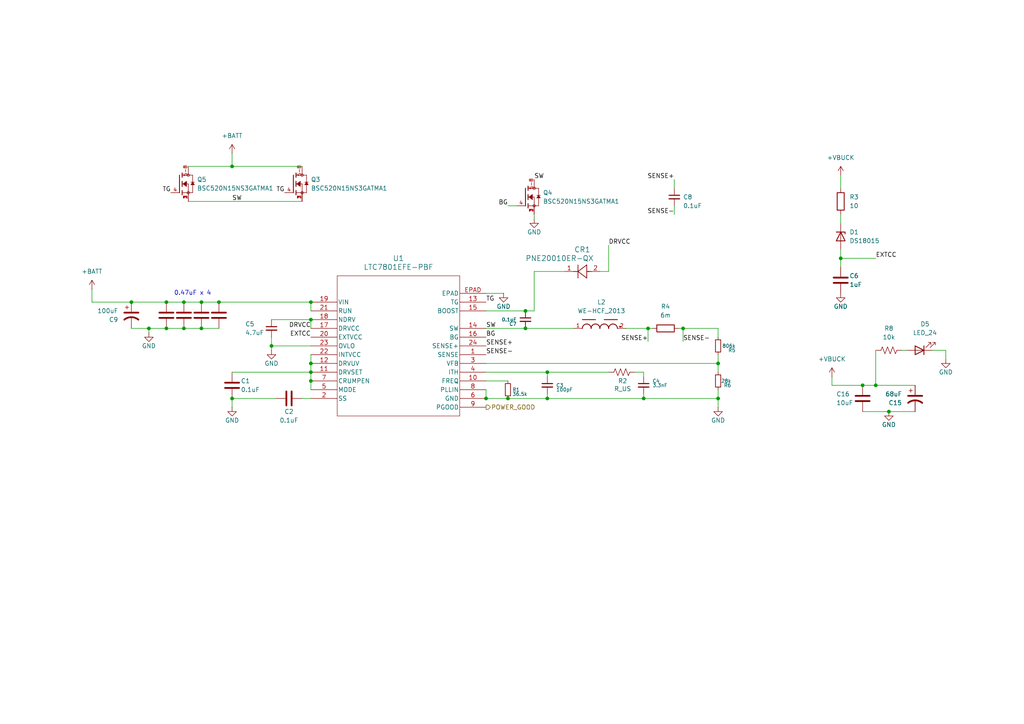
<source format=kicad_sch>
(kicad_sch (version 20250114) (generator "eeschema") (generator_version "9.0")
  (paper "A4")
  (lib_symbols
    (symbol "BSC520N15NS3GATMA1:BSC520N15NS3GATMA1" (pin_names (offset 1.016))
      (property "Reference" "Q" (at -8.89 2.54 0))
      (property "Value" "BSC520N15NS3GATMA1" (at -8.89 -7.62 0))
      (symbol "BSC520N15NS3GATMA1_0_0"
        (polyline (pts (xy 0 2.54) (xy 0 -2.54)) (stroke (width 0.254)))
        (polyline (pts (xy 0.762 3.175) (xy 0.762 2.54)) (stroke (width 0.254)))
        (polyline (pts (xy 0.762 2.54) (xy 0.762 1.905)) (stroke (width 0.254)))
        (polyline (pts (xy 0.762 2.54) (xy 3.81 2.54)) (stroke (width 0.1524)))
        (polyline (pts (xy 0.762 0.762) (xy 0.762 0)) (stroke (width 0.254)))
        (polyline (pts (xy 0.762 0) (xy 0.762 -0.762)) (stroke (width 0.254)))
        (polyline (pts (xy 0.762 0) (xy 2.54 0)) (stroke (width 0.1524)))
        (polyline (pts (xy 0.762 -1.905) (xy 0.762 -3.175)) (stroke (width 0.254)))
        (polyline (pts (xy 1.016 0) (xy 2.032 0.762) (xy 2.032 -0.762) (xy 1.016 0)) (stroke (width 0.1524)) (fill (type outline)))
        (circle (center 2.54 2.54) (radius 0.3592))
        (polyline (pts (xy 2.54 0) (xy 2.54 -2.54)) (stroke (width 0.1524)))
        (circle (center 2.54 -2.54) (radius 0.3592))
        (polyline (pts (xy 3.81 2.54) (xy 3.81 0.508)) (stroke (width 0.1524)))
        (polyline (pts (xy 3.81 0.508) (xy 3.302 0.508)) (stroke (width 0.1524)))
        (polyline (pts (xy 3.81 0.508) (xy 3.81 -2.54)) (stroke (width 0.1524)))
        (polyline (pts (xy 3.81 0.508) (xy 3.302 -0.254) (xy 4.318 -0.254) (xy 3.81 0.508)) (stroke (width 0.1524)) (fill (type outline)))
        (polyline (pts (xy 3.81 -2.54) (xy 0.762 -2.54)) (stroke (width 0.1524)))
        (polyline (pts (xy 4.318 0.508) (xy 3.81 0.508)) (stroke (width 0.1524)))
        (pin passive line (at -2.54 -2.54 0) (length 2.54) (name "~") (number "4"))
        (pin passive line (at 2.54 5.08 270) (length 2.54) (name "~") (number "5-8"))
        (pin passive line (at 2.54 -5.08 90) (length 2.54) (name "~") (number "1"))
        (pin passive line (at 2.54 -5.08 90) (length 2.54) (name "~") (number "2"))
        (pin passive line (at 2.54 -5.08 90) (length 2.54) (name "~") (number "3"))
      )
    )
    (symbol "Device:C" (pin_numbers (hide yes)) (pin_names (offset 0.254))
      (property "Reference" "C" (at 0.635 2.54 0))
      (property "Value" "C" (at 0.635 -2.54 0))
      (symbol "C_0_1"
        (polyline (pts (xy -2.032 0.762) (xy 2.032 0.762)) (stroke (width 0.508)))
        (polyline (pts (xy -2.032 -0.762) (xy 2.032 -0.762)) (stroke (width 0.508)))
      )
      (symbol "C_1_1"
        (pin passive line (at 0 3.81 270) (length 2.794) (name "~") (number "1"))
        (pin passive line (at 0 -3.81 90) (length 2.794) (name "~") (number "2"))
      )
    )
    (symbol "Device:C_Polarized_US" (pin_numbers (hide yes)) (pin_names (offset 0.254) (hide yes))
      (property "Reference" "C" (at 0.635 2.54 0))
      (property "Value" "C_Polarized_US" (at 0.635 -2.54 0))
      (symbol "C_Polarized_US_0_1"
        (polyline (pts (xy -2.032 0.762) (xy 2.032 0.762)) (stroke (width 0.508)))
        (polyline (pts (xy -1.778 2.286) (xy -0.762 2.286)))
        (polyline (pts (xy -1.27 1.778) (xy -1.27 2.794)))
        (arc (start -2.032 -1.27) (mid 0 -0.5572) (end 2.032 -1.27) (stroke (width 0.508)))
      )
      (symbol "C_Polarized_US_1_1"
        (pin passive line (at 0 3.81 270) (length 2.794) (name "~") (number "1"))
        (pin passive line (at 0 -3.81 90) (length 3.302) (name "~") (number "2"))
      )
    )
    (symbol "Device:C_Small" (pin_numbers (hide yes)) (pin_names (offset 0.254) (hide yes))
      (property "Reference" "C" (at 0.254 1.778 0))
      (property "Value" "C_Small" (at 0.254 -2.032 0))
      (symbol "C_Small_0_1"
        (polyline (pts (xy -1.524 0.508) (xy 1.524 0.508)) (stroke (width 0.3048)))
        (polyline (pts (xy -1.524 -0.508) (xy 1.524 -0.508)) (stroke (width 0.3302)))
      )
      (symbol "C_Small_1_1"
        (pin passive line (at 0 2.54 270) (length 2.032) (name "~") (number "1"))
        (pin passive line (at 0 -2.54 90) (length 2.032) (name "~") (number "2"))
      )
    )
    (symbol "Device:D_Zener" (pin_numbers (hide yes)) (pin_names (offset 1.016) (hide yes))
      (property "Reference" "D" (at 0 2.54 0))
      (property "Value" "D_Zener" (at 0 -2.54 0))
      (symbol "D_Zener_0_1"
        (polyline (pts (xy -1.27 -1.27) (xy -1.27 1.27) (xy -0.762 1.27)) (stroke (width 0.254)))
        (polyline (pts (xy 1.27 0) (xy -1.27 0)))
        (polyline (pts (xy 1.27 -1.27) (xy 1.27 1.27) (xy -1.27 0) (xy 1.27 -1.27)) (stroke (width 0.254)))
      )
      (symbol "D_Zener_1_1"
        (pin passive line (at -3.81 0 0) (length 2.54) (name "K") (number "1"))
        (pin passive line (at 3.81 0 180) (length 2.54) (name "A") (number "2"))
      )
    )
    (symbol "Device:LED" (pin_numbers (hide yes)) (pin_names (offset 1.016) (hide yes))
      (property "Reference" "D" (at 0 2.54 0))
      (property "Value" "LED" (at 0 -2.54 0))
      (symbol "LED_0_1"
        (polyline (pts (xy -3.048 -0.762) (xy -4.572 -2.286) (xy -3.81 -2.286) (xy -4.572 -2.286) (xy -4.572 -1.524)))
        (polyline (pts (xy -1.778 -0.762) (xy -3.302 -2.286) (xy -2.54 -2.286) (xy -3.302 -2.286) (xy -3.302 -1.524)))
        (polyline (pts (xy -1.27 0) (xy 1.27 0)))
        (polyline (pts (xy -1.27 -1.27) (xy -1.27 1.27)) (stroke (width 0.254)))
        (polyline (pts (xy 1.27 -1.27) (xy 1.27 1.27) (xy -1.27 0) (xy 1.27 -1.27)) (stroke (width 0.254)))
      )
      (symbol "LED_1_1"
        (pin passive line (at -3.81 0 0) (length 2.54) (name "K") (number "1"))
        (pin passive line (at 3.81 0 180) (length 2.54) (name "A") (number "2"))
      )
    )
    (symbol "Device:R" (pin_numbers (hide yes)) (pin_names (offset 0))
      (property "Reference" "R" (at 2.032 0 90))
      (property "Value" "R" (at 0 0 90))
      (symbol "R_0_1"
        (rectangle (start -1.016 -2.54) (end 1.016 2.54) (stroke (width 0.254)))
      )
      (symbol "R_1_1"
        (pin passive line (at 0 3.81 270) (length 1.27) (name "~") (number "1"))
        (pin passive line (at 0 -3.81 90) (length 1.27) (name "~") (number "2"))
      )
    )
    (symbol "Device:R_Small" (pin_numbers (hide yes)) (pin_names (offset 0.254) (hide yes))
      (property "Reference" "R" (at 0 0 90))
      (property "Value" "R_Small" (at 1.778 0 90))
      (symbol "R_Small_0_1"
        (rectangle (start -0.762 1.778) (end 0.762 -1.778) (stroke (width 0.2032)))
      )
      (symbol "R_Small_1_1"
        (pin passive line (at 0 2.54 270) (length 0.762) (name "~") (number "1"))
        (pin passive line (at 0 -2.54 90) (length 0.762) (name "~") (number "2"))
      )
    )
    (symbol "Device:R_US" (pin_numbers (hide yes)) (pin_names (offset 0))
      (property "Reference" "R" (at 2.54 0 90))
      (property "Value" "R_US" (at -2.54 0 90))
      (symbol "R_US_0_1"
        (polyline (pts (xy 0 2.286) (xy 0 2.54)))
        (polyline (pts (xy 0 2.286) (xy 1.016 1.905) (xy 0 1.524) (xy -1.016 1.143) (xy 0 0.762)))
        (polyline (pts (xy 0 0.762) (xy 1.016 0.381) (xy 0 0) (xy -1.016 -0.381) (xy 0 -0.762)))
        (polyline (pts (xy 0 -0.762) (xy 1.016 -1.143) (xy 0 -1.524) (xy -1.016 -1.905) (xy 0 -2.286)))
        (polyline (pts (xy 0 -2.286) (xy 0 -2.54)))
      )
      (symbol "R_US_1_1"
        (pin passive line (at 0 3.81 270) (length 1.27) (name "~") (number "1"))
        (pin passive line (at 0 -3.81 90) (length 1.27) (name "~") (number "2"))
      )
    )
    (symbol "PNE2001:PNE20010ER-QX" (pin_names (offset 0.254))
      (property "Reference" "CR" (at 5.08 4.445 0))
      (property "Value" "PNE20010ER-QX" (at 5.08 -3.81 0))
      (symbol "PNE20010ER-QX_1_1"
        (polyline (pts (xy 2.54 0) (xy 3.4798 0)) (stroke (width 0.2032)))
        (polyline (pts (xy 3.175 0) (xy 3.81 0)) (stroke (width 0.2032)))
        (polyline (pts (xy 3.81 1.905) (xy 3.81 -1.905)) (stroke (width 0.2032)))
        (polyline (pts (xy 3.81 -1.905) (xy 6.35 0)) (stroke (width 0.2032)))
        (polyline (pts (xy 6.35 0) (xy 3.81 1.905)) (stroke (width 0.2032)))
        (polyline (pts (xy 6.35 0) (xy 7.62 0)) (stroke (width 0.2032)))
        (polyline (pts (xy 6.35 -1.905) (xy 6.35 1.905)) (stroke (width 0.2032)))
        (pin unspecified line (at 0 0 0) (length 2.54) (name "") (number "2"))
        (pin unspecified line (at 10.16 0 180) (length 2.54) (name "") (number "1"))
      )
      (symbol "PNE20010ER-QX_1_2"
        (polyline (pts (xy -1.905 3.81) (xy 1.905 3.81)) (stroke (width 0.2032)))
        (polyline (pts (xy 0 6.35) (xy -1.905 3.81)) (stroke (width 0.2032)))
        (polyline (pts (xy 0 6.35) (xy 0 7.62)) (stroke (width 0.2032)))
        (polyline (pts (xy 0 3.175) (xy 0 3.81)) (stroke (width 0.2032)))
        (polyline (pts (xy 0 2.54) (xy 0 3.4798)) (stroke (width 0.2032)))
        (polyline (pts (xy 1.905 6.35) (xy -1.905 6.35)) (stroke (width 0.2032)))
        (polyline (pts (xy 1.905 3.81) (xy 0 6.35)) (stroke (width 0.2032)))
        (pin unspecified line (at 0 10.16 270) (length 2.54) (name "") (number "1"))
        (pin unspecified line (at 0 0 90) (length 2.54) (name "") (number "2"))
      )
    )
    (symbol "WE-HCF_2013:WE-HCF_2013" (pin_names (offset 1.016))
      (property "Reference" "L" (at 0 3.81 0))
      (property "Value" "WE-HCF_2013" (at 0 -2.54 0))
      (symbol "WE-HCF_2013_0_0"
        (polyline (pts (xy -5.08 2.54) (xy -1.27 2.54)) (stroke (width 0.254)))
        (arc (start -5.08 0) (mid -3.81 1.2645) (end -2.54 0) (stroke (width 0.254)))
        (arc (start -2.54 0) (mid -1.27 1.2645) (end 0 0) (stroke (width 0.254)))
        (polyline (pts (xy 1.27 2.54) (xy 5.08 2.54)) (stroke (width 0.254)))
        (arc (start 0 0) (mid 1.27 1.2645) (end 2.54 0) (stroke (width 0.254)))
        (arc (start 2.54 0) (mid 3.81 1.2645) (end 5.08 0) (stroke (width 0.254)))
        (circle (center 5.842 0.508) (radius 0.127) (stroke (width 0.254)))
        (pin passive line (at -7.62 0 0) (length 2.54) (name "~") (number "1"))
        (pin passive line (at 7.62 0 180) (length 2.54) (name "~") (number "2"))
      )
    )
    (symbol "avi_lib:LTC7801EFE-PBF" (pin_names (offset 0.254))
      (property "Reference" "U1" (at 25.4 10.16 0))
      (property "Value" "LTC7801EFE-PBF" (at 25.4 7.62 0))
      (symbol "LTC7801EFE-PBF_0_1"
        (polyline (pts (xy 7.62 5.08) (xy 7.62 -35.56)) (stroke (width 0.127)))
        (polyline (pts (xy 7.62 -35.56) (xy 43.18 -35.56)) (stroke (width 0.127)))
        (polyline (pts (xy 43.18 5.08) (xy 7.62 5.08)) (stroke (width 0.127)))
        (polyline (pts (xy 43.18 -35.56) (xy 43.18 5.08)) (stroke (width 0.127)))
        (pin unspecified line (at 0 -2.54 0) (length 7.62) (name "VIN") (number "19"))
        (pin unspecified line (at 0 -5.08 0) (length 7.62) (name "RUN") (number "21"))
        (pin unspecified line (at 0 -7.62 0) (length 7.62) (name "NDRV") (number "18"))
        (pin unspecified line (at 0 -10.16 0) (length 7.62) (name "DRVCC") (number "17"))
        (pin unspecified line (at 0 -12.7 0) (length 7.62) (name "EXTVCC") (number "20"))
        (pin unspecified line (at 0 -15.24 0) (length 7.62) (name "OVLO") (number "23"))
        (pin unspecified line (at 0 -20.32 0) (length 7.62) (name "DRVUV") (number "12"))
        (pin unspecified line (at 0 -22.86 0) (length 7.62) (name "DRVSET") (number "11"))
        (pin unspecified line (at 0 -25.4 0) (length 7.62) (name "CRUMPEN") (number "7"))
        (pin unspecified line (at 0 -27.94 0) (length 7.62) (name "MODE") (number "5"))
        (pin unspecified line (at 0 -30.48 0) (length 7.62) (name "SS") (number "2"))
        (pin unspecified line (at 50.8 0 180) (length 7.62) (name "EPAD") (number "EPAD"))
        (pin unspecified line (at 50.8 -2.54 180) (length 7.62) (name "TG") (number "13"))
        (pin unspecified line (at 50.8 -5.08 180) (length 7.62) (name "BOOST") (number "15"))
        (pin unspecified line (at 50.8 -10.16 180) (length 7.62) (name "SW") (number "14"))
        (pin unspecified line (at 50.8 -12.7 180) (length 7.62) (name "BG") (number "16"))
        (pin unspecified line (at 50.8 -15.24 180) (length 7.62) (name "SENSE+") (number "24"))
        (pin unspecified line (at 50.8 -17.78 180) (length 7.62) (name "SENSE") (number "1"))
        (pin unspecified line (at 50.8 -20.32 180) (length 7.62) (name "VFB") (number "3"))
        (pin unspecified line (at 50.8 -22.86 180) (length 7.62) (name "ITH") (number "4"))
        (pin unspecified line (at 50.8 -25.4 180) (length 7.62) (name "FREQ") (number "10"))
        (pin unspecified line (at 50.8 -27.94 180) (length 7.62) (name "PLLIN") (number "8"))
        (pin power_out line (at 50.8 -30.48 180) (length 7.62) (name "GND") (number "6"))
        (pin unspecified line (at 50.8 -33.02 180) (length 7.62) (name "PGOOD") (number "9"))
      )
      (symbol "LTC7801EFE-PBF_1_1"
        (pin unspecified line (at 0 -17.78 0) (length 7.62) (name "INTVCC") (number "22"))
      )
    )
    (symbol "power:+24V" (power) (pin_numbers (hide yes)) (pin_names (offset 0) (hide yes))
      (property "Value" "+24V" (at 0 3.556 0))
      (symbol "+24V_0_1"
        (polyline (pts (xy -0.762 1.27) (xy 0 2.54)))
        (polyline (pts (xy 0 2.54) (xy 0.762 1.27)))
        (polyline (pts (xy 0 0) (xy 0 2.54)))
      )
      (symbol "+24V_1_1"
        (pin power_in line (at 0 0 90) (length 0) (name "~") (number "1"))
      )
    )
    (symbol "power:+BATT" (power) (pin_numbers (hide yes)) (pin_names (offset 0) (hide yes))
      (property "Value" "+BATT" (at 0 3.556 0))
      (symbol "+BATT_0_1"
        (polyline (pts (xy -0.762 1.27) (xy 0 2.54)))
        (polyline (pts (xy 0 2.54) (xy 0.762 1.27)))
        (polyline (pts (xy 0 0) (xy 0 2.54)))
      )
      (symbol "+BATT_1_1"
        (pin power_in line (at 0 0 90) (length 0) (name "~") (number "1"))
      )
    )
    (symbol "power:GND" (power) (pin_numbers (hide yes)) (pin_names (offset 0) (hide yes))
      (property "Value" "GND" (at 0 -3.81 0))
      (symbol "GND_0_1"
        (polyline (pts (xy 0 0) (xy 0 -1.27) (xy 1.27 -1.27) (xy 0 -2.54) (xy -1.27 -1.27) (xy 0 -1.27)))
      )
      (symbol "GND_1_1"
        (pin power_in line (at 0 0 270) (length 0) (name "~") (number "1"))
      )
    )
  )
  (text "0.47uF x 4" (at 55.88 85.09 0) (effects (font (size 1.27 1.27))))
  (junction (at 90.17 92.71))
  (junction (at 90.17 110.49))
  (junction (at 158.75 107.95))
  (junction (at 38.1 87.63))
  (junction (at 58.42 95.25))
  (junction (at 48.26 95.25))
  (junction (at 48.26 87.63))
  (junction (at 208.28 105.41))
  (junction (at 90.17 107.95))
  (junction (at 254 111.76))
  (junction (at 243.84 74.93))
  (junction (at 53.34 95.25))
  (junction (at 250.19 111.76))
  (junction (at 43.18 95.25))
  (junction (at 257.81 119.38))
  (junction (at 208.28 115.57))
  (junction (at 58.42 87.63))
  (junction (at 78.74 100.33))
  (junction (at 90.17 105.41))
  (junction (at 53.34 87.63))
  (junction (at 186.69 115.57))
  (junction (at 67.31 115.57))
  (junction (at 152.4 90.17))
  (junction (at 198.12 95.25))
  (junction (at 63.5 87.63))
  (junction (at 147.32 115.57))
  (junction (at 152.4 95.25))
  (junction (at 158.75 115.57))
  (junction (at 187.96 95.25))
  (junction (at 67.31 48.26))
  (junction (at 90.17 87.63))
  (junction (at 140.97 115.57))
  (wire (pts (xy 26.67 83.82) (xy 26.67 87.63)))
  (wire (pts (xy 53.34 87.63) (xy 58.42 87.63)))
  (wire (pts (xy 90.17 105.41) (xy 90.17 107.95)))
  (wire (pts (xy 274.32 104.14) (xy 274.32 101.6)))
  (wire (pts (xy 254 111.76) (xy 265.43 111.76)))
  (wire (pts (xy 250.19 111.76) (xy 254 111.76)))
  (wire (pts (xy 149.86 59.69) (xy 147.32 59.69)))
  (wire (pts (xy 176.53 71.12) (xy 176.53 78.74)))
  (wire (pts (xy 208.28 95.25) (xy 208.28 97.79)))
  (wire (pts (xy 176.53 78.74) (xy 173.99 78.74)))
  (wire (pts (xy 158.75 114.3) (xy 158.75 115.57)))
  (wire (pts (xy 187.96 95.25) (xy 189.23 95.25)))
  (wire (pts (xy 87.63 48.26) (xy 67.31 48.26)))
  (wire (pts (xy 243.84 62.23) (xy 243.84 64.77)))
  (wire (pts (xy 158.75 115.57) (xy 186.69 115.57)))
  (wire (pts (xy 198.12 95.25) (xy 198.12 99.06)))
  (wire (pts (xy 87.63 115.57) (xy 90.17 115.57)))
  (wire (pts (xy 140.97 95.25) (xy 152.4 95.25)))
  (wire (pts (xy 58.42 95.25) (xy 63.5 95.25)))
  (wire (pts (xy 254 101.6) (xy 254 111.76)))
  (wire (pts (xy 38.1 95.25) (xy 43.18 95.25)))
  (wire (pts (xy 78.74 97.79) (xy 78.74 100.33)))
  (wire (pts (xy 184.15 107.95) (xy 186.69 107.95)))
  (wire (pts (xy 90.17 87.63) (xy 90.17 90.17)))
  (wire (pts (xy 48.26 95.25) (xy 53.34 95.25)))
  (wire (pts (xy 43.18 96.52) (xy 43.18 95.25)))
  (wire (pts (xy 186.69 107.95) (xy 186.69 109.22)))
  (wire (pts (xy 48.26 95.25) (xy 43.18 95.25)))
  (wire (pts (xy 243.84 72.39) (xy 243.84 74.93)))
  (wire (pts (xy 58.42 95.25) (xy 53.34 95.25)))
  (wire (pts (xy 186.69 114.3) (xy 186.69 115.57)))
  (wire (pts (xy 198.12 95.25) (xy 208.28 95.25)))
  (wire (pts (xy 195.58 52.07) (xy 195.58 54.61)))
  (wire (pts (xy 243.84 54.61) (xy 243.84 50.8)))
  (wire (pts (xy 67.31 44.45) (xy 67.31 48.26)))
  (wire (pts (xy 38.1 87.63) (xy 48.26 87.63)))
  (wire (pts (xy 274.32 101.6) (xy 270.51 101.6)))
  (wire (pts (xy 187.96 95.25) (xy 181.61 95.25)))
  (wire (pts (xy 243.84 77.47) (xy 243.84 74.93)))
  (wire (pts (xy 154.94 78.74) (xy 154.94 90.17)))
  (wire (pts (xy 140.97 105.41) (xy 208.28 105.41)))
  (wire (pts (xy 241.3 111.76) (xy 250.19 111.76)))
  (wire (pts (xy 67.31 115.57) (xy 80.01 115.57)))
  (wire (pts (xy 90.17 107.95) (xy 90.17 110.49)))
  (wire (pts (xy 163.83 78.74) (xy 154.94 78.74)))
  (wire (pts (xy 241.3 109.22) (xy 241.3 111.76)))
  (wire (pts (xy 78.74 92.71) (xy 90.17 92.71)))
  (wire (pts (xy 58.42 87.63) (xy 63.5 87.63)))
  (wire (pts (xy 54.61 48.26) (xy 67.31 48.26)))
  (wire (pts (xy 90.17 102.87) (xy 90.17 105.41)))
  (wire (pts (xy 152.4 95.25) (xy 166.37 95.25)))
  (wire (pts (xy 140.97 90.17) (xy 152.4 90.17)))
  (wire (pts (xy 187.96 99.06) (xy 187.96 95.25)))
  (wire (pts (xy 158.75 107.95) (xy 158.75 109.22)))
  (wire (pts (xy 195.58 62.23) (xy 195.58 59.69)))
  (wire (pts (xy 152.4 90.17) (xy 154.94 90.17)))
  (wire (pts (xy 26.67 87.63) (xy 38.1 87.63)))
  (wire (pts (xy 257.81 119.38) (xy 265.43 119.38)))
  (wire (pts (xy 90.17 110.49) (xy 90.17 113.03)))
  (wire (pts (xy 54.61 58.42) (xy 87.63 58.42)))
  (wire (pts (xy 78.74 100.33) (xy 78.74 101.6)))
  (wire (pts (xy 147.32 115.57) (xy 158.75 115.57)))
  (wire (pts (xy 250.19 119.38) (xy 257.81 119.38)))
  (wire (pts (xy 208.28 118.11) (xy 208.28 115.57)))
  (wire (pts (xy 154.94 63.5) (xy 154.94 62.23)))
  (wire (pts (xy 254 74.93) (xy 243.84 74.93)))
  (wire (pts (xy 67.31 115.57) (xy 67.31 118.11)))
  (wire (pts (xy 48.26 87.63) (xy 53.34 87.63)))
  (wire (pts (xy 140.97 115.57) (xy 147.32 115.57)))
  (wire (pts (xy 196.85 95.25) (xy 198.12 95.25)))
  (wire (pts (xy 208.28 105.41) (xy 208.28 107.95)))
  (wire (pts (xy 78.74 100.33) (xy 90.17 100.33)))
  (wire (pts (xy 90.17 92.71) (xy 90.17 95.25)))
  (wire (pts (xy 140.97 107.95) (xy 158.75 107.95)))
  (wire (pts (xy 208.28 113.03) (xy 208.28 115.57)))
  (wire (pts (xy 261.62 101.6) (xy 262.89 101.6)))
  (wire (pts (xy 140.97 110.49) (xy 147.32 110.49)))
  (wire (pts (xy 208.28 102.87) (xy 208.28 105.41)))
  (wire (pts (xy 186.69 115.57) (xy 208.28 115.57)))
  (wire (pts (xy 146.05 85.09) (xy 140.97 85.09)))
  (wire (pts (xy 67.31 107.95) (xy 90.17 107.95)))
  (wire (pts (xy 140.97 113.03) (xy 140.97 115.57)))
  (wire (pts (xy 63.5 87.63) (xy 90.17 87.63)))
  (wire (pts (xy 158.75 107.95) (xy 176.53 107.95)))
  (label "" (at 140.97 97.79 0))
  (label "SENSE+" (at 195.58 52.07 180))
  (label "EXTCC" (at 254 74.93 0))
  (label "SENSE-" (at 195.58 62.23 180))
  (label "SW" (at 67.31 58.42 0))
  (label "DRVCC" (at 176.53 71.12 0))
  (label "TG" (at 82.55 55.88 180))
  (label "BG" (at 147.32 59.69 180))
  (label "SENSE-" (at 140.97 102.87 0))
  (label "TG" (at 49.53 55.88 180))
  (label "SW" (at 140.97 95.25 0))
  (label "SENSE+" (at 140.97 100.33 0))
  (label "SENSE+" (at 187.96 99.06 180))
  (label "DRVCC" (at 90.17 95.25 180))
  (label "SW" (at 154.94 52.07 0))
  (label "SENSE-" (at 198.12 99.06 0))
  (label "TG" (at 140.97 87.63 0))
  (label "BG" (at 140.97 97.79 0))
  (label "EXTCC" (at 90.17 97.79 180))
  (hierarchical_label "POWER_GOOD" (shape output) (at 140.97 118.11 0))
  (symbol (lib_id "avi_lib:LTC7801EFE-PBF") (at 90.17 85.09 0) (unit 1)
    (property "Reference" "U1" (at 115.57 74.93 0) (effects (font (size 1.524 1.524))))
    (property "Value" "LTC7801EFE-PBF" (at 115.57 77.47 0) (effects (font (size 1.524 1.524))))
    (property "Footprint" "footprints:FE_24_ADI" (effects (hide yes)))
    (property "Datasheet" "https://www.analog.com/media/en/technical-documentation/data-sheets/ltc7801.pdf" (effects (hide yes)))
  )
  (symbol (lib_id "Device:C_Small") (at 152.4 92.71 0) (unit 1)
    (property "Reference" "C7" (at 149.86 93.98 0) (effects (font (size 1.016 1.016)) (justify right)))
    (property "Value" "0.1uF" (at 149.86 92.71 0) (effects (font (size 1.016 1.016)) (justify right)))
    (property "Footprint" "Capacitor_SMD:C_0603_1608Metric" (effects (hide yes)))
    (property "Description" "Unpolarized capacitor, small symbol" (effects (hide yes)))
  )
  (symbol (lib_id "Device:D_Zener") (at 243.84 68.58 270) (unit 1)
    (property "Reference" "D1" (at 246.38 67.3099 90) (effects (justify left)))
    (property "Value" "DS18015" (at 246.38 69.8499 90) (effects (justify left)))
    (property "Footprint" "Diode_SMD:D_0603_1608Metric" (effects (hide yes)))
    (property "Description" "Zener diode" (effects (hide yes)))
    (property "Sim.Device" "D" (effects (hide yes)))
    (property "Sim.Pins" "1=K 2=A" (effects (hide yes)))
  )
  (symbol (lib_id "power:+BATT") (at 26.67 83.82 0) (unit 1)
    (property "Reference" "#PWR028" (effects (hide yes)))
    (property "Value" "+BATT" (at 26.67 78.74 0))
    (property "Description" "Power symbol creates a global label with name \"+BATT\"" (effects (hide yes)))
  )
  (symbol (lib_id "Device:R") (at 243.84 58.42 0) (unit 1)
    (property "Reference" "R3" (at 246.38 57.1499 0) (effects (justify left)))
    (property "Value" "10" (at 246.38 59.6899 0) (effects (justify left)))
    (property "Footprint" "Resistor_SMD:R_0603_1608Metric" (effects (hide yes)))
    (property "Description" "Resistor" (effects (hide yes)))
  )
  (symbol (lib_id "power:GND") (at 243.84 85.09 0) (unit 1)
    (property "Reference" "#PWR04" (effects (hide yes)))
    (property "Value" "GND" (at 243.84 88.9 0))
    (property "Description" "Power symbol creates a global label with name \"GND\" , ground" (effects (hide yes)))
  )
  (symbol (lib_id "power:GND") (at 274.32 104.14 0) (unit 1)
    (property "Reference" "#PWR017" (effects (hide yes)))
    (property "Value" "GND" (at 274.32 107.95 0))
    (property "Description" "Power symbol creates a global label with name \"GND\" , ground" (effects (hide yes)))
  )
  (symbol (lib_id "Device:LED") (at 266.7 101.6 180) (unit 1)
    (property "Reference" "D5" (at 268.2875 93.98 0))
    (property "Value" "LED_24" (at 268.2875 96.52 0))
    (property "Footprint" "Diode_SMD:D_0603_1608Metric" (effects (hide yes)))
    (property "Description" "Light emitting diode" (effects (hide yes)))
    (property "Sim.Pins" "1=K 2=A" (effects (hide yes)))
  )
  (symbol (lib_id "Device:R_US") (at 180.34 107.95 90) (unit 1)
    (property "Reference" "R2" (at 180.594 110.49 90))
    (property "Value" "R_US" (at 180.594 112.776 90))
    (property "Footprint" "Resistor_SMD:R_0603_1608Metric" (effects (hide yes)))
    (property "Description" "Resistor, US symbol" (effects (hide yes)))
  )
  (symbol (lib_id "Device:R_Small") (at 208.28 100.33 180) (unit 1)
    (property "Reference" "R5" (at 213.36 101.6 0) (effects (font (size 1.016 1.016)) (justify left)))
    (property "Value" "806k" (at 213.36 100.33 0) (effects (font (size 1.016 1.016)) (justify left)))
    (property "Footprint" "Resistor_SMD:R_0603_1608Metric" (effects (hide yes)))
    (property "Description" "Resistor, small symbol" (effects (hide yes)))
  )
  (symbol (lib_id "BSC520N15NS3GATMA1:BSC520N15NS3GATMA1") (at 52.07 53.34 0) (unit 1)
    (property "Reference" "Q5" (at 57.15 52.0699 0) (effects (justify left)))
    (property "Value" "BSC520N15NS3GATMA1" (at 57.15 54.6099 0) (effects (justify left)))
    (property "Footprint" "footprints:TRANS_BSC520N15NS3GATMA1" (effects (hide yes)))
    (property "PARTREV" "2.3" (effects (hide yes)))
    (property "STANDARD" "Manufacturer Recommendations" (effects (hide yes)))
    (property "MAXIMUM_PACKAGE_HEIGHT" "1.0mm" (effects (hide yes)))
    (property "MANUFACTURER" "Infineon" (effects (hide yes)))
  )
  (symbol (lib_id "Device:C") (at 67.31 111.76 0) (unit 1)
    (property "Reference" "C1" (at 69.85 110.49 0) (effects (justify left)))
    (property "Value" "0.1uF" (at 69.85 113.03 0) (effects (justify left)))
    (property "Footprint" "Capacitor_SMD:C_0603_1608Metric" (effects (hide yes)))
    (property "Description" "Unpolarized capacitor" (effects (hide yes)))
  )
  (symbol (lib_id "Device:C") (at 63.5 91.44 0) (unit 1)
    (property "Reference" "C13" (effects (hide yes)))
    (property "Value" "0.47uF" (effects (hide yes)))
    (property "Footprint" "Capacitor_SMD:C_0603_1608Metric" (effects (hide yes)))
    (property "Description" "Unpolarized capacitor" (effects (hide yes)))
  )
  (symbol (lib_id "power:GND") (at 43.18 96.52 0) (unit 1)
    (property "Reference" "#PWR07" (effects (hide yes)))
    (property "Value" "GND" (at 43.18 100.33 0))
    (property "Description" "Power symbol creates a global label with name \"GND\" , ground" (effects (hide yes)))
  )
  (symbol (lib_id "power:GND") (at 78.74 101.6 0) (unit 1)
    (property "Reference" "#PWR02" (effects (hide yes)))
    (property "Value" "GND" (at 78.74 105.41 0))
    (property "Description" "Power symbol creates a global label with name \"GND\" , ground" (effects (hide yes)))
  )
  (symbol (lib_id "BSC520N15NS3GATMA1:BSC520N15NS3GATMA1") (at 85.09 53.34 0) (unit 1)
    (property "Reference" "Q3" (at 90.17 52.0699 0) (effects (justify left)))
    (property "Value" "BSC520N15NS3GATMA1" (at 90.17 54.6099 0) (effects (justify left)))
    (property "Footprint" "footprints:TRANS_BSC520N15NS3GATMA1" (effects (hide yes)))
    (property "PARTREV" "2.3" (effects (hide yes)))
    (property "STANDARD" "Manufacturer Recommendations" (effects (hide yes)))
    (property "MAXIMUM_PACKAGE_HEIGHT" "1.0mm" (effects (hide yes)))
    (property "MANUFACTURER" "Infineon" (effects (hide yes)))
  )
  (symbol (lib_id "WE-HCF_2013:WE-HCF_2013") (at 173.99 95.25 0) (unit 1)
    (property "Reference" "L2" (at 174.4345 87.63 0))
    (property "Value" "WE-HCF_2013" (at 174.4345 90.17 0))
    (property "Footprint" "footprints:WE-HCF_2013" (effects (hide yes)))
  )
  (symbol (lib_id "Device:C_Small") (at 158.75 111.76 0) (unit 1)
    (property "Reference" "C3" (at 161.29 111.76 0) (effects (font (size 1.016 1.016)) (justify left)))
    (property "Value" "100pF" (at 161.29 113.03 0) (effects (font (size 1.016 1.016)) (justify left)))
    (property "Footprint" "Capacitor_SMD:C_0603_1608Metric" (effects (hide yes)))
    (property "Description" "Unpolarized capacitor, small symbol" (effects (hide yes)))
  )
  (symbol (lib_id "Device:R_US") (at 257.81 101.6 90) (unit 1)
    (property "Reference" "R8" (at 257.81 95.25 90))
    (property "Value" "10k" (at 257.81 97.79 90))
    (property "Footprint" "Resistor_SMD:R_0603_1608Metric" (effects (hide yes)))
    (property "Description" "Resistor, US symbol" (effects (hide yes)))
  )
  (symbol (lib_id "Device:C") (at 243.84 81.28 0) (unit 1)
    (property "Reference" "C6" (at 246.38 80.01 0) (effects (justify left)))
    (property "Value" "1uF" (at 246.38 82.55 0) (effects (justify left)))
    (property "Footprint" "Capacitor_SMD:C_0603_1608Metric" (effects (hide yes)))
    (property "Description" "Unpolarized capacitor" (effects (hide yes)))
  )
  (symbol (lib_id "Device:R") (at 193.04 95.25 90) (unit 1)
    (property "Reference" "R4" (at 193.04 88.9 90))
    (property "Value" "6m" (at 193.04 91.44 90))
    (property "Footprint" "Resistor_SMD:R_0603_1608Metric" (effects (hide yes)))
    (property "Description" "Resistor" (effects (hide yes)))
  )
  (symbol (lib_id "Device:R_Small") (at 208.28 110.49 180) (unit 1)
    (property "Reference" "R6" (at 212.09 111.76 0) (effects (font (size 1.016 1.016)) (justify left)))
    (property "Value" "28k" (at 212.09 110.49 0) (effects (font (size 1.016 1.016)) (justify left)))
    (property "Footprint" "Resistor_SMD:R_0603_1608Metric" (effects (hide yes)))
    (property "Description" "Resistor, small symbol" (effects (hide yes)))
  )
  (symbol (lib_id "Device:C") (at 58.42 91.44 0) (unit 1)
    (property "Reference" "C12" (effects (hide yes)))
    (property "Value" "0.47uF" (effects (hide yes)))
    (property "Footprint" "Capacitor_SMD:C_0603_1608Metric" (effects (hide yes)))
    (property "Description" "Unpolarized capacitor" (effects (hide yes)))
  )
  (symbol (lib_id "power:GND") (at 208.28 118.11 0) (unit 1)
    (property "Reference" "#PWR03" (effects (hide yes)))
    (property "Value" "GND" (at 208.28 121.92 0))
    (property "Description" "Power symbol creates a global label with name \"GND\" , ground" (effects (hide yes)))
  )
  (symbol (lib_id "Device:R_Small") (at 147.32 113.03 0) (unit 1)
    (property "Reference" "R1" (at 148.59 113.03 0) (effects (font (size 1.016 1.016)) (justify left)))
    (property "Value" "36.5k" (at 148.59 114.3 0) (effects (font (size 1.016 1.016)) (justify left)))
    (property "Footprint" "Resistor_SMD:R_0603_1608Metric" (effects (hide yes)))
    (property "Description" "Resistor, small symbol" (effects (hide yes)))
  )
  (symbol (lib_id "power:GND") (at 257.81 119.38 0) (unit 1)
    (property "Reference" "#PWR09" (effects (hide yes)))
    (property "Value" "GND" (at 257.81 123.19 0))
    (property "Description" "Power symbol creates a global label with name \"GND\" , ground" (effects (hide yes)))
  )
  (symbol (lib_id "Device:C") (at 48.26 91.44 0) (unit 1)
    (property "Reference" "C10" (effects (hide yes)))
    (property "Value" "0.47uF" (effects (hide yes)))
    (property "Footprint" "Capacitor_SMD:C_0603_1608Metric" (effects (hide yes)))
    (property "Description" "Unpolarized capacitor" (effects (hide yes)))
  )
  (symbol (lib_id "Device:C_Small") (at 78.74 95.25 0) (unit 1)
    (property "Reference" "C5" (at 71.12 93.98 0) (effects (justify left)))
    (property "Value" "4.7uF" (at 71.12 96.52 0) (effects (justify left)))
    (property "Footprint" "Capacitor_SMD:C_0603_1608Metric" (effects (hide yes)))
    (property "Description" "Unpolarized capacitor, small symbol" (effects (hide yes)))
  )
  (symbol (lib_id "PNE2001:PNE20010ER-QX") (at 173.99 78.74 180) (unit 1)
    (property "Reference" "CR1" (at 168.91 72.39 0) (effects (font (size 1.524 1.524))))
    (property "Value" "PNE20010ER-QX" (at 162.306 74.93 0) (effects (font (size 1.524 1.524))))
    (property "Footprint" "footprints:CR_CFP3_SOD123W_NEX" (effects (hide yes)))
    (property "Datasheet" "PNE20010ER-QX" (effects (hide yes)))
  )
  (symbol (lib_id "power:GND") (at 67.31 118.11 0) (unit 1)
    (property "Reference" "#PWR01" (effects (hide yes)))
    (property "Value" "GND" (at 67.31 121.92 0))
    (property "Description" "Power symbol creates a global label with name \"GND\" , ground" (effects (hide yes)))
  )
  (symbol (lib_id "power:+BATT") (at 67.31 44.45 0) (unit 1)
    (property "Reference" "#PWR027" (effects (hide yes)))
    (property "Value" "+BATT" (at 67.31 39.37 0))
    (property "Description" "Power symbol creates a global label with name \"+BATT\"" (effects (hide yes)))
  )
  (symbol (lib_id "Device:C_Polarized_US") (at 265.43 115.57 0) (unit 1)
    (property "Reference" "C15" (at 261.62 116.84 0) (effects (justify right)))
    (property "Value" "68uF" (at 261.62 114.3 0) (effects (justify right)))
    (property "Footprint" "Capacitor_SMD:CP_Elec_5x3" (effects (hide yes)))
    (property "Description" "Polarized capacitor, US symbol" (effects (hide yes)))
    (property "Part Number" "SUNCON 35CE68LX" (effects (hide yes)))
  )
  (symbol (lib_id "Device:C") (at 53.34 91.44 0) (unit 1)
    (property "Reference" "C11" (effects (hide yes)))
    (property "Value" "0.47uF" (effects (hide yes)))
    (property "Footprint" "Capacitor_SMD:C_0603_1608Metric" (effects (hide yes)))
    (property "Description" "Unpolarized capacitor" (effects (hide yes)))
  )
  (symbol (lib_id "power:+24V") (at 243.84 50.8 0) (unit 1)
    (property "Reference" "#PWR029" (effects (hide yes)))
    (property "Value" "+VBUCK" (at 243.84 45.72 0))
    (property "Description" "Power symbol creates a global label with name \"+24V\"" (effects (hide yes)))
  )
  (symbol (lib_id "Device:C") (at 250.19 115.57 180) (unit 1)
    (property "Reference" "C16" (at 242.57 114.3 0) (effects (justify right)))
    (property "Value" "10uF" (at 242.57 116.84 0) (effects (justify right)))
    (property "Footprint" "Capacitor_SMD:C_0603_1608Metric" (effects (hide yes)))
    (property "Description" "Unpolarized capacitor" (effects (hide yes)))
  )
  (symbol (lib_id "Device:C_Polarized_US") (at 38.1 91.44 0) (unit 1)
    (property "Reference" "C9" (at 34.29 92.71 0) (effects (justify right)))
    (property "Value" "100uF" (at 34.29 90.17 0) (effects (justify right)))
    (property "Footprint" "Capacitor_SMD:CP_Elec_5x3" (effects (hide yes)))
    (property "Description" "Polarized capacitor, US symbol" (effects (hide yes)))
  )
  (symbol (lib_id "Device:C_Small") (at 195.58 57.15 0) (unit 1)
    (property "Reference" "C8" (at 198.12 57.15 0) (effects (justify left)))
    (property "Value" "0.1uF" (at 198.12 59.69 0) (effects (justify left)))
    (property "Footprint" "Capacitor_SMD:C_0603_1608Metric" (effects (hide yes)))
    (property "Description" "Unpolarized capacitor, small symbol" (effects (hide yes)))
  )
  (symbol (lib_id "power:GND") (at 146.05 85.09 0) (unit 1)
    (property "Reference" "#PWR05" (effects (hide yes)))
    (property "Value" "GND" (at 146.05 88.9 0))
    (property "Description" "Power symbol creates a global label with name \"GND\" , ground" (effects (hide yes)))
  )
  (symbol (lib_id "power:+24V") (at 241.3 109.22 0) (unit 1)
    (property "Reference" "#PWR030" (effects (hide yes)))
    (property "Value" "+VBUCK" (at 241.3 104.14 0))
    (property "Description" "Power symbol creates a global label with name \"+24V\"" (effects (hide yes)))
  )
  (symbol (lib_id "Device:C") (at 83.82 115.57 270) (unit 1)
    (property "Reference" "C2" (at 83.82 119.38 90))
    (property "Value" "0.1uF" (at 83.82 121.92 90))
    (property "Footprint" "Capacitor_SMD:C_0603_1608Metric" (effects (hide yes)))
    (property "Description" "Unpolarized capacitor" (effects (hide yes)))
  )
  (symbol (lib_id "power:GND") (at 154.94 63.5 0) (unit 1)
    (property "Reference" "#PWR06" (effects (hide yes)))
    (property "Value" "GND" (at 154.94 67.31 0))
    (property "Description" "Power symbol creates a global label with name \"GND\" , ground" (effects (hide yes)))
  )
  (symbol (lib_id "BSC520N15NS3GATMA1:BSC520N15NS3GATMA1") (at 152.4 57.15 0) (unit 1)
    (property "Reference" "Q4" (at 157.48 55.8799 0) (effects (justify left)))
    (property "Value" "BSC520N15NS3GATMA1" (at 157.48 58.4199 0) (effects (justify left)))
    (property "Footprint" "footprints:TRANS_BSC520N15NS3GATMA1" (effects (hide yes)))
    (property "PARTREV" "2.3" (effects (hide yes)))
    (property "STANDARD" "Manufacturer Recommendations" (effects (hide yes)))
    (property "MAXIMUM_PACKAGE_HEIGHT" "1.0mm" (effects (hide yes)))
    (property "MANUFACTURER" "Infineon" (effects (hide yes)))
  )
  (symbol (lib_id "Device:C_Small") (at 186.69 111.76 0) (unit 1)
    (property "Reference" "C4" (at 189.23 110.4962 0) (effects (font (size 1.016 1.016)) (justify left)))
    (property "Value" "3.3nF" (at 189.23 111.76 0) (effects (font (size 1.016 1.016)) (justify left)))
    (property "Footprint" "Capacitor_SMD:C_0603_1608Metric" (effects (hide yes)))
    (property "Description" "Unpolarized capacitor, small symbol" (effects (hide yes)))
  )
)
</source>
